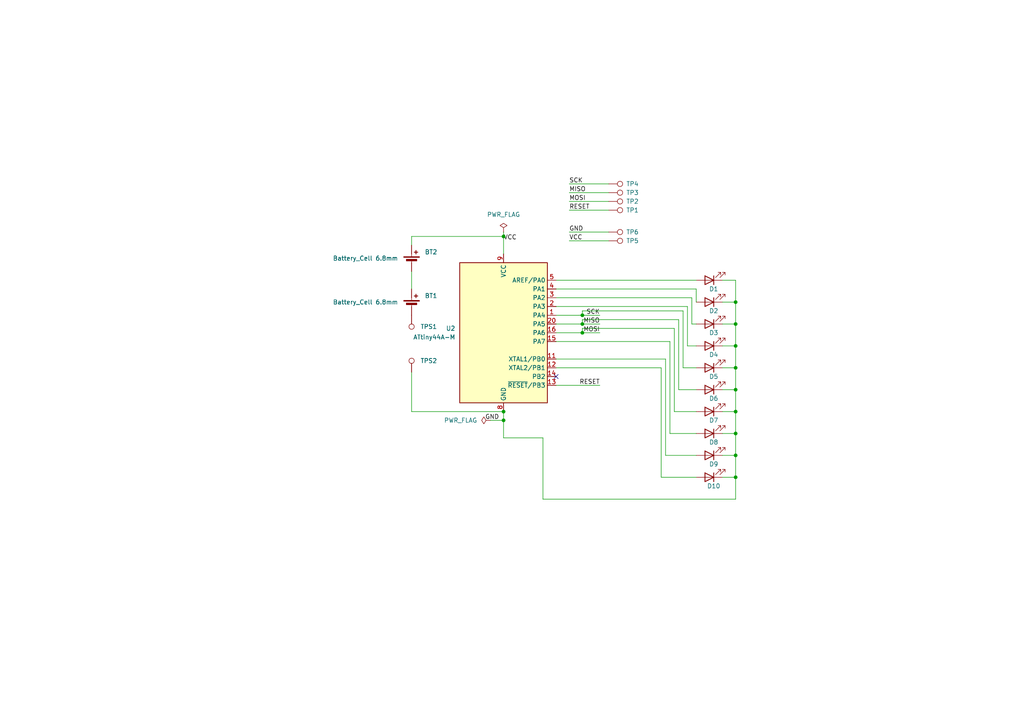
<source format=kicad_sch>
(kicad_sch (version 20230121) (generator eeschema)
  (paper "A4")
  (lib_symbols
    (symbol "Connector:TestPoint" (pin_numbers hide) (pin_names (offset 0.762) hide)
      (property "Reference" "TP" (at 0 6.858 0))
      (property "Value" "TestPoint" (at 0 5.08 0))
      (symbol "TestPoint_0_1"
        (circle (center 0 3.302) (radius 0.762))
      )
      (symbol "TestPoint_1_1"
        (pin passive line (at 0 0 90) (length 2.54) (name "1") (number "1"))
      )
    )
    (symbol "Device:Battery_Cell" (pin_numbers hide) (pin_names (offset 0) hide)
      (property "Reference" "BT" (at 2.54 2.54 0))
      (property "Value" "Battery_Cell" (at 2.54 0 0))
      (symbol "Battery_Cell_0_1"
        (rectangle (start -2.286 1.778) (end 2.286 1.524) (fill (type outline)))
        (rectangle (start -1.524 1.016) (end 1.524 0.508) (fill (type outline)))
        (polyline (pts (xy 0 0.762) (xy 0 0)))
        (polyline (pts (xy 0 1.778) (xy 0 2.54)))
        (polyline (pts (xy 0.762 3.048) (xy 1.778 3.048)) (stroke (width 0.254)))
        (polyline (pts (xy 1.27 3.556) (xy 1.27 2.54)) (stroke (width 0.254)))
      )
      (symbol "Battery_Cell_1_1"
        (pin passive line (at 0 5.08 270) (length 2.54) (name "+") (number "1"))
        (pin passive line (at 0 -2.54 90) (length 2.54) (name "-") (number "2"))
      )
    )
    (symbol "Device:LED" (pin_numbers hide) (pin_names (offset 1.016) hide)
      (property "Reference" "D" (at 0 2.54 0))
      (property "Value" "LED" (at 0 -2.54 0))
      (symbol "LED_0_1"
        (polyline (pts (xy -1.27 -1.27) (xy -1.27 1.27)) (stroke (width 0.254)))
        (polyline (pts (xy -1.27 0) (xy 1.27 0)))
        (polyline (pts (xy 1.27 -1.27) (xy 1.27 1.27) (xy -1.27 0) (xy 1.27 -1.27)) (stroke (width 0.254)))
        (polyline (pts (xy -3.048 -0.762) (xy -4.572 -2.286) (xy -3.81 -2.286) (xy -4.572 -2.286) (xy -4.572 -1.524)))
        (polyline (pts (xy -1.778 -0.762) (xy -3.302 -2.286) (xy -2.54 -2.286) (xy -3.302 -2.286) (xy -3.302 -1.524)))
      )
      (symbol "LED_1_1"
        (pin passive line (at -3.81 0 0) (length 2.54) (name "K") (number "1"))
        (pin passive line (at 3.81 0 180) (length 2.54) (name "A") (number "2"))
      )
    )
    (symbol "MCU_Microchip_ATtiny:ATtiny44A-M"
      (property "Reference" "U" (at -12.7 21.59 0))
      (property "Value" "ATtiny44A-M" (at 2.54 -21.59 0))
      (symbol "ATtiny44A-M_0_1"
        (rectangle (start -12.7 -20.32) (end 12.7 20.32) (stroke (width 0.254)) (fill (type background)))
      )
      (symbol "ATtiny44A-M_1_1"
        (pin bidirectional line (at 15.24 5.08 180) (length 2.54) (name "PA4") (number "1"))
        (pin no_connect line (at -12.7 -10.16 0) (length 2.54) hide (name "NC") (number "10"))
        (pin bidirectional line (at 15.24 -7.62 180) (length 2.54) (name "XTAL1/PB0") (number "11"))
        (pin bidirectional line (at 15.24 -10.16 180) (length 2.54) (name "XTAL2/PB1") (number "12"))
        (pin bidirectional line (at 15.24 -15.24 180) (length 2.54) (name "~{RESET}/PB3") (number "13"))
        (pin bidirectional line (at 15.24 -12.7 180) (length 2.54) (name "PB2") (number "14"))
        (pin bidirectional line (at 15.24 -2.54 180) (length 2.54) (name "PA7") (number "15"))
        (pin bidirectional line (at 15.24 0 180) (length 2.54) (name "PA6") (number "16"))
        (pin no_connect line (at -12.7 -12.7 0) (length 2.54) hide (name "NC") (number "17"))
        (pin no_connect line (at -12.7 -15.24 0) (length 2.54) hide (name "NC") (number "18"))
        (pin no_connect line (at -12.7 -17.78 0) (length 2.54) hide (name "NC") (number "19"))
        (pin bidirectional line (at 15.24 7.62 180) (length 2.54) (name "PA3") (number "2"))
        (pin bidirectional line (at 15.24 2.54 180) (length 2.54) (name "PA5") (number "20"))
        (pin passive line (at 0 -22.86 90) (length 2.54) hide (name "GND") (number "21"))
        (pin bidirectional line (at 15.24 10.16 180) (length 2.54) (name "PA2") (number "3"))
        (pin bidirectional line (at 15.24 12.7 180) (length 2.54) (name "PA1") (number "4"))
        (pin bidirectional line (at 15.24 15.24 180) (length 2.54) (name "AREF/PA0") (number "5"))
        (pin no_connect line (at -12.7 -5.08 0) (length 2.54) hide (name "NC") (number "6"))
        (pin no_connect line (at -12.7 -7.62 0) (length 2.54) hide (name "NC") (number "7"))
        (pin power_in line (at 0 -22.86 90) (length 2.54) (name "GND") (number "8"))
        (pin power_in line (at 0 22.86 270) (length 2.54) (name "VCC") (number "9"))
      )
    )
    (symbol "power:PWR_FLAG" (power) (pin_numbers hide) (pin_names (offset 0) hide)
      (property "Value" "PWR_FLAG" (at 0 3.81 0))
      (symbol "PWR_FLAG_0_0"
        (pin power_out line (at 0 0 90) (length 0) (name "pwr") (number "1"))
      )
      (symbol "PWR_FLAG_0_1"
        (polyline (pts (xy 0 0) (xy 0 1.27) (xy -1.016 1.905) (xy 0 2.54) (xy 1.016 1.905) (xy 0 1.27)))
      )
    )
  )
  (junction (at 168.91 91.44))
  (junction (at 146.05 68.58))
  (junction (at 213.36 119.38))
  (junction (at 213.36 106.68))
  (junction (at 213.36 138.43))
  (junction (at 213.36 93.98))
  (junction (at 213.36 100.33))
  (junction (at 213.36 87.63))
  (junction (at 213.36 113.03))
  (junction (at 168.91 93.98))
  (junction (at 168.91 96.52))
  (junction (at 146.05 119.38))
  (junction (at 213.36 125.73))
  (junction (at 146.05 121.92))
  (junction (at 213.36 132.08))
  (no_connect (at 161.29 109.22))
  (wire (pts (xy 199.39 100.33) (xy 201.93 100.33)))
  (wire (pts (xy 196.85 113.03) (xy 201.93 113.03)))
  (wire (pts (xy 195.58 119.38) (xy 201.93 119.38)))
  (wire (pts (xy 196.85 92.71) (xy 196.85 113.03)))
  (wire (pts (xy 165.1 55.88) (xy 176.53 55.88)))
  (wire (pts (xy 168.91 92.71) (xy 196.85 92.71)))
  (wire (pts (xy 142.24 121.92) (xy 146.05 121.92)))
  (wire (pts (xy 200.66 93.98) (xy 201.93 93.98)))
  (wire (pts (xy 193.04 132.08) (xy 201.93 132.08)))
  (wire (pts (xy 168.91 91.44) (xy 168.91 90.17)))
  (wire (pts (xy 209.55 125.73) (xy 213.36 125.73)))
  (wire (pts (xy 194.31 125.73) (xy 201.93 125.73)))
  (wire (pts (xy 168.91 90.17) (xy 198.12 90.17)))
  (wire (pts (xy 168.91 95.25) (xy 195.58 95.25)))
  (wire (pts (xy 213.36 106.68) (xy 213.36 113.03)))
  (wire (pts (xy 213.36 113.03) (xy 213.36 119.38)))
  (wire (pts (xy 165.1 60.96) (xy 176.53 60.96)))
  (wire (pts (xy 161.29 99.06) (xy 194.31 99.06)))
  (wire (pts (xy 209.55 113.03) (xy 213.36 113.03)))
  (wire (pts (xy 191.77 138.43) (xy 201.93 138.43)))
  (wire (pts (xy 119.38 78.74) (xy 119.38 83.82)))
  (wire (pts (xy 119.38 119.38) (xy 146.05 119.38)))
  (wire (pts (xy 119.38 107.95) (xy 119.38 119.38)))
  (wire (pts (xy 168.91 91.44) (xy 173.99 91.44)))
  (wire (pts (xy 168.91 96.52) (xy 173.99 96.52)))
  (wire (pts (xy 213.36 119.38) (xy 213.36 125.73)))
  (wire (pts (xy 194.31 99.06) (xy 194.31 125.73)))
  (wire (pts (xy 161.29 86.36) (xy 200.66 86.36)))
  (wire (pts (xy 161.29 88.9) (xy 199.39 88.9)))
  (wire (pts (xy 165.1 58.42) (xy 176.53 58.42)))
  (wire (pts (xy 213.36 138.43) (xy 213.36 144.78)))
  (wire (pts (xy 201.93 83.82) (xy 201.93 87.63)))
  (wire (pts (xy 165.1 53.34) (xy 176.53 53.34)))
  (wire (pts (xy 161.29 81.28) (xy 201.93 81.28)))
  (wire (pts (xy 213.36 125.73) (xy 213.36 132.08)))
  (wire (pts (xy 168.91 93.98) (xy 168.91 92.71)))
  (wire (pts (xy 165.1 67.31) (xy 176.53 67.31)))
  (wire (pts (xy 199.39 88.9) (xy 199.39 100.33)))
  (wire (pts (xy 198.12 90.17) (xy 198.12 106.68)))
  (wire (pts (xy 209.55 106.68) (xy 213.36 106.68)))
  (wire (pts (xy 161.29 83.82) (xy 201.93 83.82)))
  (wire (pts (xy 213.36 144.78) (xy 157.48 144.78)))
  (wire (pts (xy 209.55 100.33) (xy 213.36 100.33)))
  (wire (pts (xy 209.55 93.98) (xy 213.36 93.98)))
  (wire (pts (xy 195.58 95.25) (xy 195.58 119.38)))
  (wire (pts (xy 213.36 87.63) (xy 213.36 93.98)))
  (wire (pts (xy 157.48 127) (xy 146.05 127)))
  (wire (pts (xy 209.55 87.63) (xy 213.36 87.63)))
  (wire (pts (xy 213.36 81.28) (xy 213.36 87.63)))
  (wire (pts (xy 213.36 93.98) (xy 213.36 100.33)))
  (wire (pts (xy 213.36 100.33) (xy 213.36 106.68)))
  (wire (pts (xy 209.55 132.08) (xy 213.36 132.08)))
  (wire (pts (xy 146.05 67.31) (xy 146.05 68.58)))
  (wire (pts (xy 209.55 138.43) (xy 213.36 138.43)))
  (wire (pts (xy 161.29 106.68) (xy 191.77 106.68)))
  (wire (pts (xy 119.38 68.58) (xy 119.38 71.12)))
  (wire (pts (xy 146.05 121.92) (xy 146.05 127)))
  (wire (pts (xy 157.48 144.78) (xy 157.48 127)))
  (wire (pts (xy 168.91 96.52) (xy 168.91 95.25)))
  (wire (pts (xy 209.55 119.38) (xy 213.36 119.38)))
  (wire (pts (xy 193.04 104.14) (xy 193.04 132.08)))
  (wire (pts (xy 191.77 106.68) (xy 191.77 138.43)))
  (wire (pts (xy 168.91 93.98) (xy 173.99 93.98)))
  (wire (pts (xy 119.38 68.58) (xy 146.05 68.58)))
  (wire (pts (xy 198.12 106.68) (xy 201.93 106.68)))
  (wire (pts (xy 161.29 111.76) (xy 173.99 111.76)))
  (wire (pts (xy 213.36 132.08) (xy 213.36 138.43)))
  (wire (pts (xy 146.05 119.38) (xy 146.05 121.92)))
  (wire (pts (xy 161.29 93.98) (xy 168.91 93.98)))
  (wire (pts (xy 146.05 68.58) (xy 146.05 73.66)))
  (wire (pts (xy 161.29 91.44) (xy 168.91 91.44)))
  (wire (pts (xy 200.66 86.36) (xy 200.66 93.98)))
  (wire (pts (xy 161.29 104.14) (xy 193.04 104.14)))
  (wire (pts (xy 161.29 96.52) (xy 168.91 96.52)))
  (wire (pts (xy 209.55 81.28) (xy 213.36 81.28)))
  (wire (pts (xy 165.1 69.85) (xy 176.53 69.85)))
  (label "VCC" (at 146.05 69.85 0))
  (label "GND" (at 165.1 67.31 0))
  (label "GND" (at 144.78 121.92 180))
  (label "MOSI" (at 173.99 96.52 180))
  (label "MOSI" (at 165.1 58.42 0))
  (label "MISO" (at 173.99 93.98 180))
  (label "MISO" (at 165.1 55.88 0))
  (label "RESET" (at 173.99 111.76 180))
  (label "RESET" (at 165.1 60.96 0))
  (label "SCK" (at 165.1 53.34 0))
  (label "SCK" (at 173.99 91.44 180))
  (label "VCC" (at 165.1 69.85 0))
  (symbol (lib_id "Device:LED") (at 205.74 100.33 180) (unit 1)
    (property "Reference" "D4" (at 207.01 102.87 0))
    (property "Value" "LED" (effects hide))
    (property "Footprint" "LED_SMD:LED_0603_1608Metric" (effects hide))
  )
  (symbol (lib_id "Connector:TestPoint") (at 176.53 53.34 270) (unit 1)
    (property "Reference" "TP4" (at 181.61 53.34 90) (effects (justify left)))
    (property "Value" "TestPoint" (effects hide))
    (property "Footprint" "Connector_Wire:SolderWirePad_1x01_SMD_1x2mm" (effects hide))
  )
  (symbol (lib_id "Device:LED") (at 205.74 132.08 180) (unit 1)
    (property "Reference" "D9" (at 207.01 134.62 0))
    (property "Value" "LED" (effects hide))
    (property "Footprint" "LED_SMD:LED_0603_1608Metric" (effects hide))
  )
  (symbol (lib_id "Device:LED") (at 205.74 125.73 180) (unit 1)
    (property "Reference" "D8" (at 207.01 128.27 0))
    (property "Value" "LED" (effects hide))
    (property "Footprint" "LED_SMD:LED_0603_1608Metric" (effects hide))
  )
  (symbol (lib_id "Connector:TestPoint") (at 119.38 107.95 0) (unit 1)
    (property "Reference" "TPS2" (at 121.92 104.648 0) (effects (justify left)))
    (property "Value" "TestPoint" (effects hide))
    (property "Footprint" "Connector_Wire:SolderWirePad_1x01_SMD_1x2mm" (effects hide))
  )
  (symbol (lib_id "Device:Battery_Cell") (at 119.38 76.2 0) (unit 1)
    (property "Reference" "BT2" (at 123.19 73.0885 0) (effects (justify left)))
    (property "Value" "Battery_Cell 6.8mm" (at 96.52 74.93 0) (effects (justify left)))
    (property "Footprint" "Battery:BatteryHolder_Keystone_2998_1x6.8mm" (effects hide))
  )
  (symbol (lib_id "Device:LED") (at 205.74 106.68 180) (unit 1)
    (property "Reference" "D5" (at 207.01 109.22 0))
    (property "Value" "LED" (effects hide))
    (property "Footprint" "LED_SMD:LED_0603_1608Metric" (effects hide))
  )
  (symbol (lib_id "Device:LED") (at 205.74 87.63 180) (unit 1)
    (property "Reference" "D2" (at 207.01 90.17 0))
    (property "Value" "LED" (effects hide))
    (property "Footprint" "LED_SMD:LED_0603_1608Metric" (effects hide))
  )
  (symbol (lib_id "Connector:TestPoint") (at 176.53 58.42 270) (unit 1)
    (property "Reference" "TP2" (at 181.61 58.42 90) (effects (justify left)))
    (property "Value" "TestPoint" (effects hide))
    (property "Footprint" "Connector_Wire:SolderWirePad_1x01_SMD_1x2mm" (effects hide))
  )
  (symbol (lib_id "Device:LED") (at 205.74 119.38 180) (unit 1)
    (property "Reference" "D7" (at 207.01 121.92 0))
    (property "Value" "LED" (effects hide))
    (property "Footprint" "LED_SMD:LED_0603_1608Metric" (effects hide))
  )
  (symbol (lib_id "Connector:TestPoint") (at 119.38 91.44 180) (unit 1)
    (property "Reference" "TPS1" (at 121.92 94.742 0) (effects (justify right)))
    (property "Value" "TestPoint" (effects hide))
    (property "Footprint" "Connector_Wire:SolderWirePad_1x01_SMD_1x2mm" (effects hide))
  )
  (symbol (lib_id "Connector:TestPoint") (at 176.53 60.96 270) (unit 1)
    (property "Reference" "TP1" (at 181.61 60.96 90) (effects (justify left)))
    (property "Value" "TestPoint" (effects hide))
    (property "Footprint" "Connector_Wire:SolderWirePad_1x01_SMD_1x2mm" (effects hide))
  )
  (symbol (lib_id "power:PWR_FLAG") (at 146.05 67.31 0) (unit 1)
    (property "Reference" "#FLG01" (effects hide))
    (property "Value" "PWR_FLAG" (at 146.05 62.23 0))
  )
  (symbol (lib_id "Device:LED") (at 205.74 138.43 180) (unit 1)
    (property "Reference" "D10" (at 207.01 140.97 0))
    (property "Value" "LED" (effects hide))
    (property "Footprint" "LED_SMD:LED_0603_1608Metric" (effects hide))
  )
  (symbol (lib_id "Connector:TestPoint") (at 176.53 55.88 270) (unit 1)
    (property "Reference" "TP3" (at 181.61 55.88 90) (effects (justify left)))
    (property "Value" "TestPoint" (effects hide))
    (property "Footprint" "Connector_Wire:SolderWirePad_1x01_SMD_1x2mm" (effects hide))
  )
  (symbol (lib_id "Device:LED") (at 205.74 93.98 180) (unit 1)
    (property "Reference" "D3" (at 207.01 96.52 0))
    (property "Value" "LED" (effects hide))
    (property "Footprint" "LED_SMD:LED_0603_1608Metric" (effects hide))
  )
  (symbol (lib_id "Device:LED") (at 205.74 81.28 180) (unit 1)
    (property "Reference" "D1" (at 207.01 83.82 0))
    (property "Value" "LED" (effects hide))
    (property "Footprint" "LED_SMD:LED_0603_1608Metric" (effects hide))
  )
  (symbol (lib_id "MCU_Microchip_ATtiny:ATtiny44A-M") (at 146.05 96.52 0) (unit 1)
    (property "Reference" "U2" (at 132.08 95.25 0) (effects (justify right)))
    (property "Value" "ATtiny44A-M" (at 132.08 97.79 0) (effects (justify right)))
    (property "Footprint" "Package_DFN_QFN:QFN-20-1EP_4x4mm_P0.5mm_EP2.6x2.6mm" (effects hide))
    (property "Datasheet" "http://ww1.microchip.com/downloads/en/DeviceDoc/doc8183.pdf" (effects hide))
  )
  (symbol (lib_id "Connector:TestPoint") (at 176.53 69.85 270) (unit 1)
    (property "Reference" "TP5" (at 181.61 69.85 90) (effects (justify left)))
    (property "Value" "TestPoint" (effects hide))
    (property "Footprint" "Connector_Wire:SolderWirePad_1x01_SMD_1x2mm" (effects hide))
  )
  (symbol (lib_id "Device:LED") (at 205.74 113.03 180) (unit 1)
    (property "Reference" "D6" (at 207.01 115.57 0))
    (property "Value" "LED" (effects hide))
    (property "Footprint" "LED_SMD:LED_0603_1608Metric" (effects hide))
  )
  (symbol (lib_id "power:PWR_FLAG") (at 142.24 121.92 90) (unit 1)
    (property "Reference" "#FLG02" (effects hide))
    (property "Value" "PWR_FLAG" (at 138.43 121.92 90) (effects (justify left)))
  )
  (symbol (lib_id "Connector:TestPoint") (at 176.53 67.31 270) (unit 1)
    (property "Reference" "TP6" (at 181.61 67.31 90) (effects (justify left)))
    (property "Value" "TestPoint" (effects hide))
    (property "Footprint" "Connector_Wire:SolderWirePad_1x01_SMD_1x2mm" (effects hide))
  )
  (symbol (lib_id "Device:Battery_Cell") (at 119.38 88.9 0) (unit 1)
    (property "Reference" "BT1" (at 123.19 85.7885 0) (effects (justify left)))
    (property "Value" "Battery_Cell 6.8mm" (at 96.52 87.63 0) (effects (justify left)))
    (property "Footprint" "Battery:BatteryHolder_Keystone_2998_1x6.8mm" (effects hide))
  )
)
</source>
